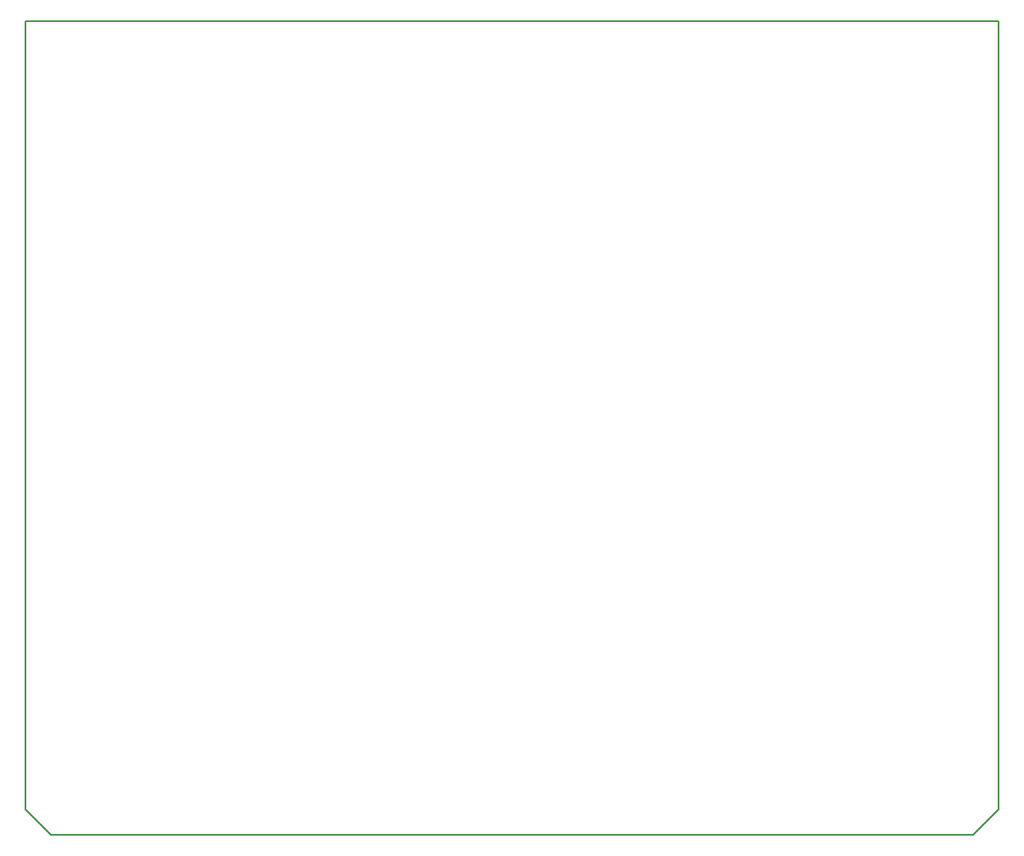
<source format=gbr>
%TF.GenerationSoftware,KiCad,Pcbnew,5.0.2-bee76a0~70~ubuntu16.04.1*%
%TF.CreationDate,2019-06-12T18:19:31-07:00*%
%TF.ProjectId,radiotxt,72616469-6f74-4787-942e-6b696361645f,rev?*%
%TF.SameCoordinates,PX68290a0PY463f660*%
%TF.FileFunction,Profile,NP*%
%FSLAX46Y46*%
G04 Gerber Fmt 4.6, Leading zero omitted, Abs format (unit mm)*
G04 Created by KiCad (PCBNEW 5.0.2-bee76a0~70~ubuntu16.04.1) date Wed 12 Jun 2019 06:19:31 PM PDT*
%MOMM*%
%LPD*%
G01*
G04 APERTURE LIST*
%ADD10C,0.150000*%
G04 APERTURE END LIST*
D10*
X0Y0D02*
X97155000Y0D01*
X94615000Y-81280000D02*
X97155000Y-78740000D01*
X2540000Y-81280000D02*
X0Y-78740000D01*
X94615000Y-81280000D02*
X2540000Y-81280000D01*
X97155000Y0D02*
X97155000Y-78740000D01*
X0Y0D02*
X0Y-78740000D01*
M02*

</source>
